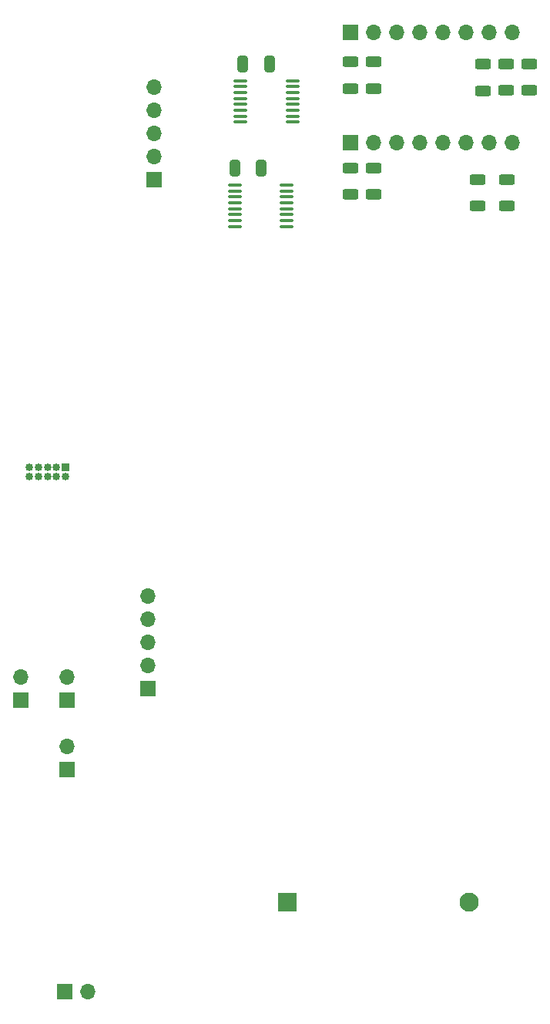
<source format=gbr>
%TF.GenerationSoftware,KiCad,Pcbnew,7.0.1-3b83917a11~172~ubuntu20.04.1*%
%TF.CreationDate,2023-04-20T14:28:59+02:00*%
%TF.ProjectId,alarmclock,616c6172-6d63-46c6-9f63-6b2e6b696361,rev?*%
%TF.SameCoordinates,Original*%
%TF.FileFunction,Soldermask,Bot*%
%TF.FilePolarity,Negative*%
%FSLAX46Y46*%
G04 Gerber Fmt 4.6, Leading zero omitted, Abs format (unit mm)*
G04 Created by KiCad (PCBNEW 7.0.1-3b83917a11~172~ubuntu20.04.1) date 2023-04-20 14:28:59*
%MOMM*%
%LPD*%
G01*
G04 APERTURE LIST*
G04 Aperture macros list*
%AMRoundRect*
0 Rectangle with rounded corners*
0 $1 Rounding radius*
0 $2 $3 $4 $5 $6 $7 $8 $9 X,Y pos of 4 corners*
0 Add a 4 corners polygon primitive as box body*
4,1,4,$2,$3,$4,$5,$6,$7,$8,$9,$2,$3,0*
0 Add four circle primitives for the rounded corners*
1,1,$1+$1,$2,$3*
1,1,$1+$1,$4,$5*
1,1,$1+$1,$6,$7*
1,1,$1+$1,$8,$9*
0 Add four rect primitives between the rounded corners*
20,1,$1+$1,$2,$3,$4,$5,0*
20,1,$1+$1,$4,$5,$6,$7,0*
20,1,$1+$1,$6,$7,$8,$9,0*
20,1,$1+$1,$8,$9,$2,$3,0*%
G04 Aperture macros list end*
%ADD10R,2.100000X2.100000*%
%ADD11C,2.100000*%
%ADD12O,1.700000X1.700000*%
%ADD13R,1.700000X1.700000*%
%ADD14R,0.850000X0.850000*%
%ADD15O,0.850000X0.850000*%
%ADD16RoundRect,0.250000X-0.625000X0.312500X-0.625000X-0.312500X0.625000X-0.312500X0.625000X0.312500X0*%
%ADD17RoundRect,0.250000X-0.325000X-0.650000X0.325000X-0.650000X0.325000X0.650000X-0.325000X0.650000X0*%
%ADD18RoundRect,0.100000X0.637500X0.100000X-0.637500X0.100000X-0.637500X-0.100000X0.637500X-0.100000X0*%
G04 APERTURE END LIST*
D10*
%TO.C,BT1*%
X92755914Y-132715000D03*
D11*
X112755914Y-132715000D03*
%TD*%
D12*
%TO.C,J4*%
X117475000Y-49310000D03*
X114935000Y-49310000D03*
X112395000Y-49310000D03*
X109855000Y-49310000D03*
X107315000Y-49310000D03*
X104775000Y-49310000D03*
X102235000Y-49310000D03*
D13*
X99695000Y-49310000D03*
%TD*%
%TO.C,BZ1*%
X68580000Y-110490000D03*
D12*
X68580000Y-107950000D03*
%TD*%
%TO.C,J7*%
X77470000Y-99105000D03*
X77470000Y-101645000D03*
X77470000Y-104185000D03*
X77470000Y-106725000D03*
D13*
X77470000Y-109265000D03*
%TD*%
D14*
%TO.C,J2*%
X68430000Y-84935000D03*
D15*
X68430000Y-85935000D03*
X67430000Y-84935000D03*
X67430000Y-85935000D03*
X66430000Y-84935000D03*
X66430000Y-85935000D03*
X65430000Y-84935000D03*
X65430000Y-85935000D03*
X64430000Y-84935000D03*
X64430000Y-85935000D03*
%TD*%
D12*
%TO.C,J3*%
X117475000Y-37160000D03*
X114935000Y-37160000D03*
X112395000Y-37160000D03*
X109855000Y-37160000D03*
X107315000Y-37160000D03*
X104775000Y-37160000D03*
X102235000Y-37160000D03*
D13*
X99695000Y-37160000D03*
%TD*%
%TO.C,J1*%
X68290000Y-142555000D03*
D12*
X70830000Y-142555000D03*
%TD*%
D13*
%TO.C,J5*%
X68580000Y-118110000D03*
D12*
X68580000Y-115570000D03*
%TD*%
D13*
%TO.C,SW2*%
X63500000Y-110490000D03*
D12*
X63500000Y-107950000D03*
%TD*%
D16*
%TO.C,R10*%
X116830000Y-43565000D03*
X116830000Y-40640000D03*
%TD*%
D17*
%TO.C,C3*%
X90805000Y-40640000D03*
X87855000Y-40640000D03*
%TD*%
D18*
%TO.C,U2*%
X87620000Y-42500000D03*
X87620000Y-43150000D03*
X87620000Y-43800000D03*
X87620000Y-44450000D03*
X87620000Y-45100000D03*
X87620000Y-45750000D03*
X87620000Y-46400000D03*
X87620000Y-47050000D03*
X93345000Y-47050000D03*
X93345000Y-46400000D03*
X93345000Y-45750000D03*
X93345000Y-45100000D03*
X93345000Y-44450000D03*
X93345000Y-43800000D03*
X93345000Y-43150000D03*
X93345000Y-42500000D03*
%TD*%
D16*
%TO.C,R4*%
X102235000Y-43372500D03*
X102235000Y-40447500D03*
%TD*%
%TO.C,R18*%
X116955000Y-56265000D03*
X116955000Y-53340000D03*
%TD*%
%TO.C,R12*%
X102235000Y-54995000D03*
X102235000Y-52070000D03*
%TD*%
%TO.C,R17*%
X113665000Y-56265000D03*
X113665000Y-53340000D03*
%TD*%
D18*
%TO.C,U3*%
X86995000Y-53960000D03*
X86995000Y-54610000D03*
X86995000Y-55260000D03*
X86995000Y-55910000D03*
X86995000Y-56560000D03*
X86995000Y-57210000D03*
X86995000Y-57860000D03*
X86995000Y-58510000D03*
X92720000Y-58510000D03*
X92720000Y-57860000D03*
X92720000Y-57210000D03*
X92720000Y-56560000D03*
X92720000Y-55910000D03*
X92720000Y-55260000D03*
X92720000Y-54610000D03*
X92720000Y-53960000D03*
%TD*%
D16*
%TO.C,R9*%
X99695000Y-54995000D03*
X99695000Y-52070000D03*
%TD*%
%TO.C,R8*%
X114290000Y-43625000D03*
X114290000Y-40700000D03*
%TD*%
D12*
%TO.C,J6*%
X78105000Y-43180000D03*
X78105000Y-45720000D03*
X78105000Y-48260000D03*
X78105000Y-50800000D03*
D13*
X78105000Y-53340000D03*
%TD*%
D17*
%TO.C,C2*%
X89945000Y-52070000D03*
X86995000Y-52070000D03*
%TD*%
D16*
%TO.C,R3*%
X99695000Y-43372500D03*
X99695000Y-40447500D03*
%TD*%
%TO.C,R11*%
X119370000Y-43565000D03*
X119370000Y-40640000D03*
%TD*%
M02*

</source>
